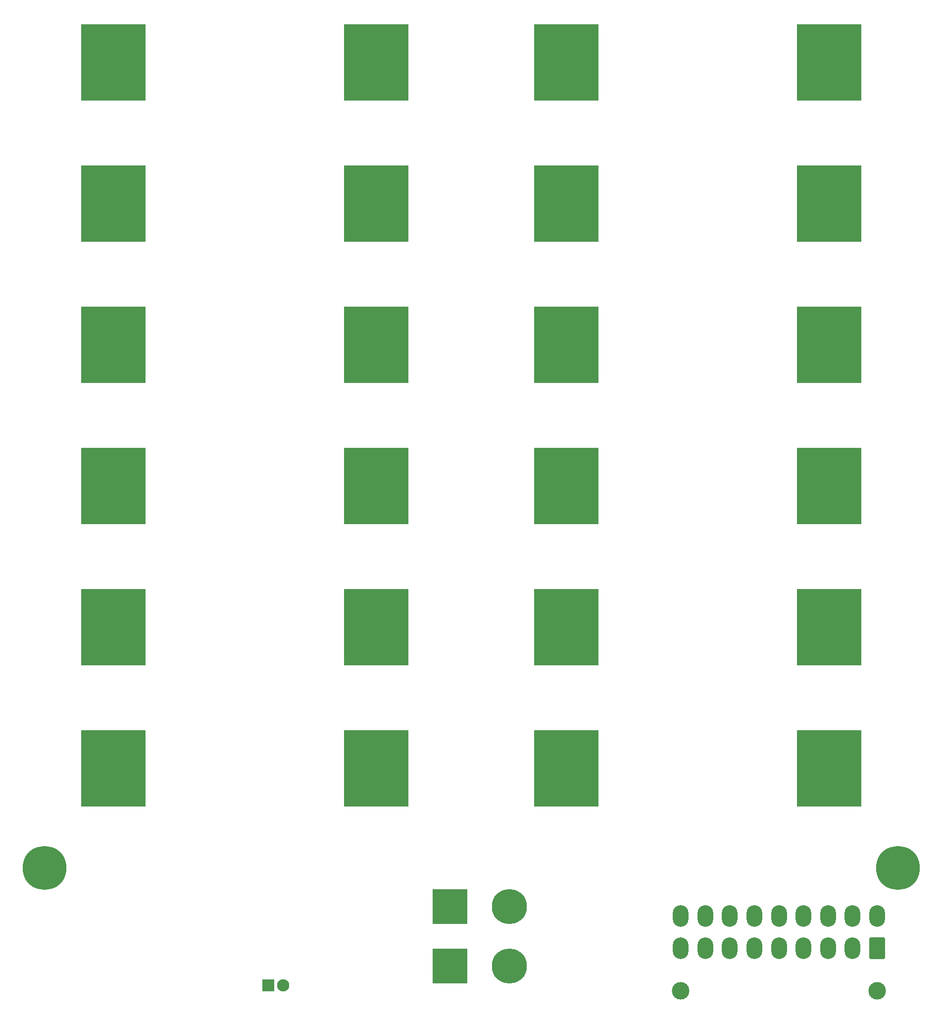
<source format=gbs>
G04 #@! TF.GenerationSoftware,KiCad,Pcbnew,(6.0.8-1)-1*
G04 #@! TF.CreationDate,2022-12-30T12:11:22-08:00*
G04 #@! TF.ProjectId,URBAN_CELL_BOARD,55524241-4e5f-4434-954c-4c5f424f4152,rev?*
G04 #@! TF.SameCoordinates,Original*
G04 #@! TF.FileFunction,Soldermask,Bot*
G04 #@! TF.FilePolarity,Negative*
%FSLAX46Y46*%
G04 Gerber Fmt 4.6, Leading zero omitted, Abs format (unit mm)*
G04 Created by KiCad (PCBNEW (6.0.8-1)-1) date 2022-12-30 12:11:22*
%MOMM*%
%LPD*%
G01*
G04 APERTURE LIST*
G04 Aperture macros list*
%AMRoundRect*
0 Rectangle with rounded corners*
0 $1 Rounding radius*
0 $2 $3 $4 $5 $6 $7 $8 $9 X,Y pos of 4 corners*
0 Add a 4 corners polygon primitive as box body*
4,1,4,$2,$3,$4,$5,$6,$7,$8,$9,$2,$3,0*
0 Add four circle primitives for the rounded corners*
1,1,$1+$1,$2,$3*
1,1,$1+$1,$4,$5*
1,1,$1+$1,$6,$7*
1,1,$1+$1,$8,$9*
0 Add four rect primitives between the rounded corners*
20,1,$1+$1,$2,$3,$4,$5,0*
20,1,$1+$1,$4,$5,$6,$7,0*
20,1,$1+$1,$6,$7,$8,$9,0*
20,1,$1+$1,$8,$9,$2,$3,0*%
G04 Aperture macros list end*
%ADD10R,11.000000X13.000000*%
%ADD11C,9.000000*%
%ADD12R,6.000000X6.000000*%
%ADD13C,6.000000*%
%ADD14C,3.000000*%
%ADD15RoundRect,0.250001X1.099999X1.599999X-1.099999X1.599999X-1.099999X-1.599999X1.099999X-1.599999X0*%
%ADD16O,2.700000X3.700000*%
%ADD17R,2.100000X2.100000*%
%ADD18C,2.100000*%
%ADD19C,7.500000*%
G04 APERTURE END LIST*
D10*
X148629000Y-119750000D03*
D11*
X148629000Y-119750000D03*
X103689000Y-119750000D03*
D10*
X103689000Y-119750000D03*
D11*
X226129000Y-119750000D03*
D10*
X226129000Y-119750000D03*
D11*
X181189000Y-119750000D03*
D10*
X181189000Y-119750000D03*
X148629000Y-143884000D03*
D11*
X148629000Y-143884000D03*
X103689000Y-143884000D03*
D10*
X103689000Y-143884000D03*
D11*
X226129000Y-168018000D03*
D10*
X226129000Y-168018000D03*
X181189000Y-168018000D03*
D11*
X181189000Y-168018000D03*
D12*
X161290000Y-274217500D03*
X161290000Y-264057500D03*
D13*
X171450000Y-274217500D03*
X171450000Y-264057500D03*
D14*
X234315000Y-278445000D03*
X200715000Y-278445000D03*
D15*
X234315000Y-271145000D03*
D16*
X230115000Y-271145000D03*
X225915000Y-271145000D03*
X221715000Y-271145000D03*
X217515000Y-271145000D03*
X213315000Y-271145000D03*
X209115000Y-271145000D03*
X204915000Y-271145000D03*
X200715000Y-271145000D03*
X234315000Y-265645000D03*
X230115000Y-265645000D03*
X225915000Y-265645000D03*
X221715000Y-265645000D03*
X217515000Y-265645000D03*
X213315000Y-265645000D03*
X209115000Y-265645000D03*
X204915000Y-265645000D03*
X200715000Y-265645000D03*
D10*
X148629000Y-192153000D03*
D11*
X148629000Y-192153000D03*
X103689000Y-192153000D03*
D10*
X103689000Y-192153000D03*
D11*
X226129000Y-192153000D03*
D10*
X226129000Y-192153000D03*
D11*
X181189000Y-192153000D03*
D10*
X181189000Y-192153000D03*
D11*
X148629000Y-168018000D03*
D10*
X148629000Y-168018000D03*
X103689000Y-168018000D03*
D11*
X103689000Y-168018000D03*
D10*
X226129000Y-216287000D03*
D11*
X226129000Y-216287000D03*
D10*
X181189000Y-216287000D03*
D11*
X181189000Y-216287000D03*
D17*
X130175000Y-277495000D03*
D18*
X132715000Y-277495000D03*
D19*
X237879000Y-257421000D03*
D10*
X148629000Y-240421000D03*
D11*
X148629000Y-240421000D03*
X103689000Y-240421000D03*
D10*
X103689000Y-240421000D03*
D11*
X226129000Y-240421000D03*
D10*
X226129000Y-240421000D03*
D11*
X181189000Y-240421000D03*
D10*
X181189000Y-240421000D03*
D19*
X91879000Y-257421000D03*
D11*
X148629000Y-216287000D03*
D10*
X148629000Y-216287000D03*
X103689000Y-216287000D03*
D11*
X103689000Y-216287000D03*
D10*
X226129000Y-143884000D03*
D11*
X226129000Y-143884000D03*
D10*
X181189000Y-143884000D03*
D11*
X181189000Y-143884000D03*
M02*

</source>
